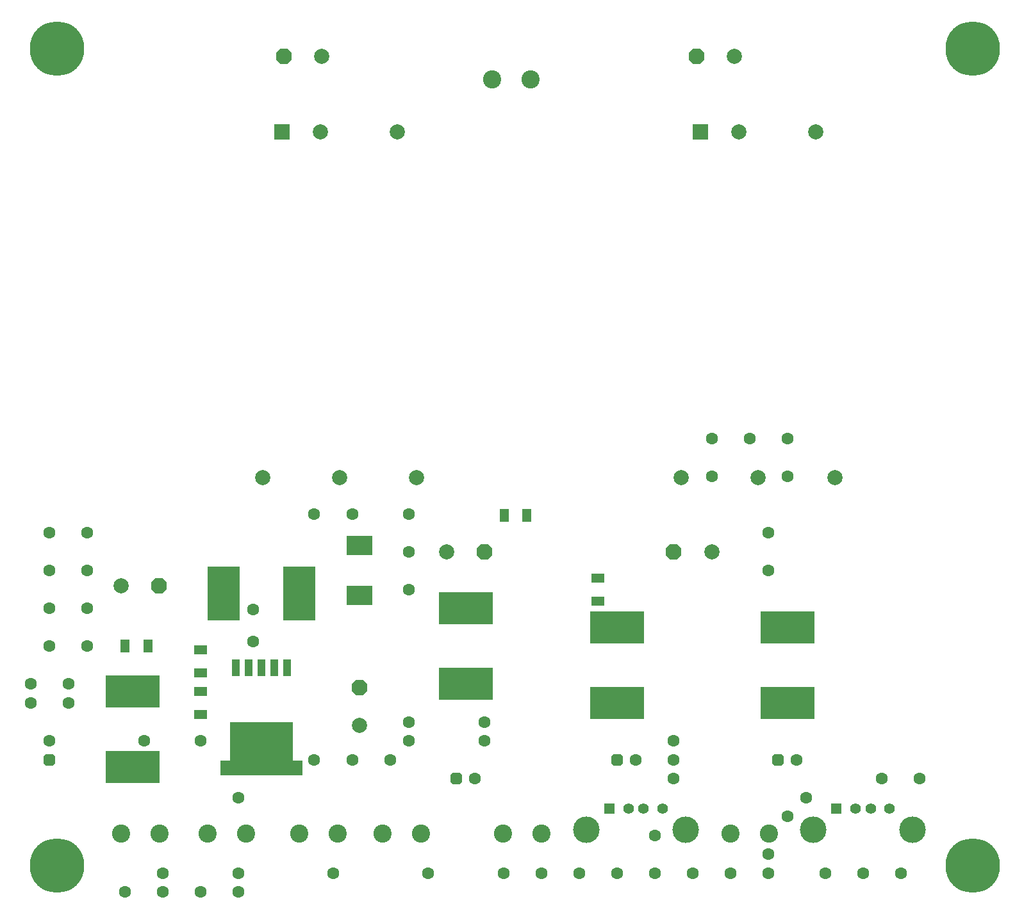
<source format=gbr>
%TF.GenerationSoftware,Altium Limited,Altium Designer,22.4.2 (48)*%
G04 Layer_Color=8388736*
%FSLAX45Y45*%
%MOMM*%
%TF.SameCoordinates,33709DFB-A149-439E-BA6C-A4EA3245395A*%
%TF.FilePolarity,Negative*%
%TF.FileFunction,Soldermask,Top*%
%TF.Part,Single*%
G01*
G75*
%TA.AperFunction,SMDPad,CuDef*%
%ADD14C,6.29100*%
%ADD15R,1.07000X2.16000*%
%TA.AperFunction,ComponentPad*%
%ADD24C,3.50000*%
%ADD25R,1.42000X1.42000*%
%ADD26C,1.42000*%
%TA.AperFunction,SMDPad,CuDef*%
%ADD36R,7.20320X4.20320*%
%ADD37R,1.20320X1.80320*%
%ADD38R,1.80320X1.20320*%
%ADD39R,4.20320X7.20320*%
%ADD40R,3.50320X2.60320*%
%TA.AperFunction,ComponentPad*%
G04:AMPARAMS|DCode=41|XSize=1.6032mm|YSize=1.6032mm|CornerRadius=0mm|HoleSize=0mm|Usage=FLASHONLY|Rotation=0.000|XOffset=0mm|YOffset=0mm|HoleType=Round|Shape=Octagon|*
%AMOCTAGOND41*
4,1,8,0.80160,-0.40080,0.80160,0.40080,0.40080,0.80160,-0.40080,0.80160,-0.80160,0.40080,-0.80160,-0.40080,-0.40080,-0.80160,0.40080,-0.80160,0.80160,-0.40080,0.0*
%
%ADD41OCTAGOND41*%

%ADD42C,1.60320*%
%ADD43C,2.40320*%
G04:AMPARAMS|DCode=44|XSize=2.0032mm|YSize=2.0032mm|CornerRadius=0mm|HoleSize=0mm|Usage=FLASHONLY|Rotation=180.000|XOffset=0mm|YOffset=0mm|HoleType=Round|Shape=Octagon|*
%AMOCTAGOND44*
4,1,8,-1.00160,0.50080,-1.00160,-0.50080,-0.50080,-1.00160,0.50080,-1.00160,1.00160,-0.50080,1.00160,0.50080,0.50080,1.00160,-0.50080,1.00160,-1.00160,0.50080,0.0*
%
%ADD44OCTAGOND44*%

%ADD45C,2.00320*%
%TA.AperFunction,ViaPad*%
%ADD46C,7.20320*%
%TA.AperFunction,ComponentPad*%
G04:AMPARAMS|DCode=47|XSize=1.6032mm|YSize=1.6032mm|CornerRadius=0mm|HoleSize=0mm|Usage=FLASHONLY|Rotation=90.000|XOffset=0mm|YOffset=0mm|HoleType=Round|Shape=Octagon|*
%AMOCTAGOND47*
4,1,8,0.40080,0.80160,-0.40080,0.80160,-0.80160,0.40080,-0.80160,-0.40080,-0.40080,-0.80160,0.40080,-0.80160,0.80160,-0.40080,0.80160,0.40080,0.40080,0.80160,0.0*
%
%ADD47OCTAGOND47*%

G04:AMPARAMS|DCode=48|XSize=2.0032mm|YSize=2.0032mm|CornerRadius=0mm|HoleSize=0mm|Usage=FLASHONLY|Rotation=270.000|XOffset=0mm|YOffset=0mm|HoleType=Round|Shape=Octagon|*
%AMOCTAGOND48*
4,1,8,-0.50080,-1.00160,0.50080,-1.00160,1.00160,-0.50080,1.00160,0.50080,0.50080,1.00160,-0.50080,1.00160,-1.00160,0.50080,-1.00160,-0.50080,-0.50080,-1.00160,0.0*
%
%ADD48OCTAGOND48*%

%ADD49R,2.00320X2.00320*%
%TA.AperFunction,ViaPad*%
%ADD50C,1.60320*%
G36*
X3716500Y1987000D02*
X3840000D01*
Y1796000D01*
X2760000D01*
Y1987000D01*
X2883500D01*
Y2495000D01*
X3716500D01*
Y1987000D01*
D02*
G37*
D14*
X3300000Y2145500D02*
D03*
D15*
X3640000Y3213000D02*
D03*
X3470000D02*
D03*
X3300000D02*
D03*
X3130000D02*
D03*
X2960000D02*
D03*
D24*
X10593000Y1078000D02*
D03*
X11907000D02*
D03*
X7593000D02*
D03*
X8907000D02*
D03*
D25*
X10900000Y1349000D02*
D03*
X7900000D02*
D03*
D26*
X11150000D02*
D03*
X11350000D02*
D03*
X11600000D02*
D03*
X8150000D02*
D03*
X8350000D02*
D03*
X8600000D02*
D03*
D36*
X10250000Y3750000D02*
D03*
Y2750000D02*
D03*
X6000000Y3000000D02*
D03*
Y4000000D02*
D03*
X1600000Y2900000D02*
D03*
Y1900000D02*
D03*
X8000000Y2750000D02*
D03*
Y3750000D02*
D03*
D37*
X6507139Y5227182D02*
D03*
X6807139D02*
D03*
X1500000Y3500000D02*
D03*
X1800000D02*
D03*
D38*
X2500000Y3450000D02*
D03*
Y3150000D02*
D03*
X7750000Y4100000D02*
D03*
Y4400000D02*
D03*
X2500000Y2600000D02*
D03*
Y2900000D02*
D03*
D39*
X3800000Y4200000D02*
D03*
X2800000D02*
D03*
D40*
X4600000Y4170000D02*
D03*
Y4830000D02*
D03*
D41*
X10125000Y2000000D02*
D03*
X8000000D02*
D03*
X5875000Y1750000D02*
D03*
D42*
X10375000Y2000000D02*
D03*
X8250000D02*
D03*
X6125000Y1750000D02*
D03*
X500000Y2250000D02*
D03*
D43*
X10008000Y1021000D02*
D03*
X9500000D02*
D03*
X5408000D02*
D03*
X4900000D02*
D03*
X4308000D02*
D03*
X3800000D02*
D03*
X3100000D02*
D03*
X2592000D02*
D03*
X1954000D02*
D03*
X1446000D02*
D03*
X7004000D02*
D03*
X6496000D02*
D03*
X6346000Y11000000D02*
D03*
X6854000D02*
D03*
D44*
X6250000Y4750000D02*
D03*
X8750000D02*
D03*
X3600000Y11300000D02*
D03*
X9050000D02*
D03*
X1950000Y4300000D02*
D03*
D45*
X5750000Y4750000D02*
D03*
X9250000D02*
D03*
X4100000Y11300000D02*
D03*
X9550000D02*
D03*
X1450000Y4300000D02*
D03*
X4600000Y2450000D02*
D03*
X10878000Y5728000D02*
D03*
X9862000D02*
D03*
X8846000D02*
D03*
X10624000Y10300000D02*
D03*
X9608000D02*
D03*
X4084000D02*
D03*
X5100000D02*
D03*
X3322000Y5728000D02*
D03*
X4338000D02*
D03*
X5354000D02*
D03*
D46*
X600000Y600000D02*
D03*
Y11400000D02*
D03*
X12700000Y600000D02*
D03*
Y11400000D02*
D03*
D47*
X500000Y2000000D02*
D03*
D48*
X4600000Y2950000D02*
D03*
D49*
X9100000Y10300000D02*
D03*
X3576000D02*
D03*
D50*
X3192596Y3986251D02*
D03*
X3188476Y3560543D02*
D03*
X5000000Y2000000D02*
D03*
X4500000D02*
D03*
X4000000D02*
D03*
X7500000Y500000D02*
D03*
X8000000D02*
D03*
X5500000D02*
D03*
X500000Y5000000D02*
D03*
X1000000D02*
D03*
Y3500000D02*
D03*
Y4000000D02*
D03*
Y4500000D02*
D03*
X4500000Y5250000D02*
D03*
X4000000D02*
D03*
X1750000Y2250000D02*
D03*
X2500000D02*
D03*
X750000Y2750000D02*
D03*
X250000D02*
D03*
X2500000Y250000D02*
D03*
X3000000D02*
D03*
X1500000D02*
D03*
X2000000D02*
D03*
Y500000D02*
D03*
X4250000D02*
D03*
X3000000D02*
D03*
Y1500000D02*
D03*
Y2000000D02*
D03*
X3500000D02*
D03*
Y2250000D02*
D03*
X3000000D02*
D03*
X9250000Y6250000D02*
D03*
Y5750000D02*
D03*
X10250000D02*
D03*
Y6250000D02*
D03*
X9750000D02*
D03*
X5250000Y2500000D02*
D03*
X7000000Y500000D02*
D03*
X10000000Y5000000D02*
D03*
X500000Y3500000D02*
D03*
X10000000Y4500000D02*
D03*
X500000Y4000000D02*
D03*
X12000000Y1750000D02*
D03*
X11500000D02*
D03*
X250000Y3000000D02*
D03*
X8750000Y2250000D02*
D03*
X750000Y3000000D02*
D03*
X9500000Y500000D02*
D03*
X8750000Y2000000D02*
D03*
X5250000Y4750000D02*
D03*
X10000000Y750000D02*
D03*
X6250000Y2500000D02*
D03*
Y2250000D02*
D03*
X10000000Y500000D02*
D03*
X5250000Y2250000D02*
D03*
Y4250000D02*
D03*
Y5250000D02*
D03*
X11250000Y500000D02*
D03*
X8500000Y1000000D02*
D03*
X10250000Y1250000D02*
D03*
X10500000Y1500000D02*
D03*
X8500000Y500000D02*
D03*
X8750000Y1750000D02*
D03*
X6500000Y500000D02*
D03*
X10750000D02*
D03*
X9000000D02*
D03*
X11750000D02*
D03*
X500000Y4500000D02*
D03*
%TF.MD5,7cdcd258673db5269374e3410df6b676*%
M02*

</source>
